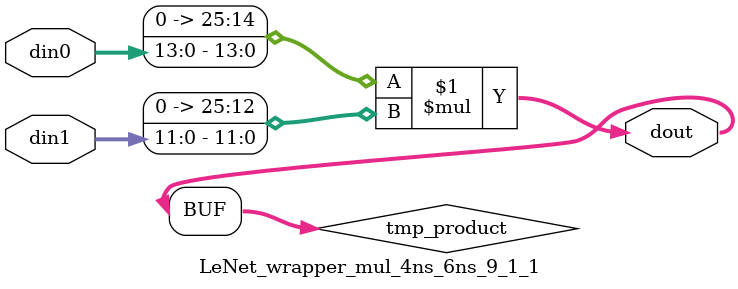
<source format=v>

`timescale 1 ns / 1 ps

  module LeNet_wrapper_mul_4ns_6ns_9_1_1(din0, din1, dout);
parameter ID = 1;
parameter NUM_STAGE = 0;
parameter din0_WIDTH = 14;
parameter din1_WIDTH = 12;
parameter dout_WIDTH = 26;

input [din0_WIDTH - 1 : 0] din0; 
input [din1_WIDTH - 1 : 0] din1; 
output [dout_WIDTH - 1 : 0] dout;

wire signed [dout_WIDTH - 1 : 0] tmp_product;










assign tmp_product = $signed({1'b0, din0}) * $signed({1'b0, din1});











assign dout = tmp_product;







endmodule

</source>
